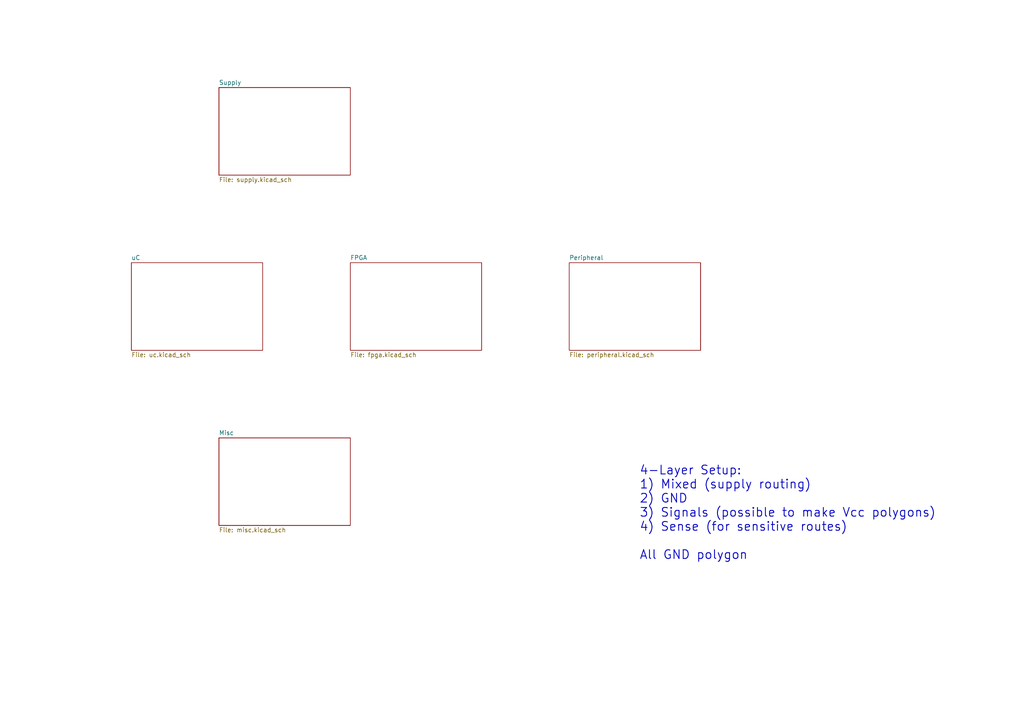
<source format=kicad_sch>
(kicad_sch (version 20211123) (generator eeschema)
  (paper "A4")
  (lib_symbols)
  (text "4-Layer Setup:\n1) Mixed (supply routing)\n2) GND\n3) Signals (possible to make Vcc polygons)\n4) Sense (for sensitive routes)\n\nAll GND polygon" (at 185.42 162.56 0) (effects (font (size 2.54 2.54) (thickness 0.254) bold) (justify left bottom)))
  (sheet (at 165.1 76.2) (size 38.1 25.4) (stroke (width 0.1524))
    (property "Sheet name" "Peripheral" (at 165.1 75.4884 0) (effects (justify left bottom)))
    (property "Sheet file" "peripheral.kicad_sch" (at 165.1 102.1846 0) (effects (justify left top)))
  )
  (sheet (at 63.5 127) (size 38.1 25.4) (stroke (width 0.1524))
    (property "Sheet name" "Misc" (at 63.5 126.2884 0) (effects (justify left bottom)))
    (property "Sheet file" "misc.kicad_sch" (at 63.5 152.9846 0) (effects (justify left top)))
  )
  (sheet (at 38.1 76.2) (size 38.1 25.4) (stroke (width 0.1524))
    (property "Sheet name" "uC" (at 38.1 75.4884 0) (effects (justify left bottom)))
    (property "Sheet file" "uc.kicad_sch" (at 38.1 102.1846 0) (effects (justify left top)))
  )
  (sheet (at 101.6 76.2) (size 38.1 25.4) (stroke (width 0.1524))
    (property "Sheet name" "FPGA" (at 101.6 75.4884 0) (effects (justify left bottom)))
    (property "Sheet file" "fpga.kicad_sch" (at 101.6 102.1846 0) (effects (justify left top)))
  )
  (sheet (at 63.5 25.4) (size 38.1 25.4) (stroke (width 0.1524))
    (property "Sheet name" "Supply" (at 63.5 24.6884 0) (effects (justify left bottom)))
    (property "Sheet file" "supply.kicad_sch" (at 63.5 51.3846 0) (effects (justify left top)))
  )
)
</source>
